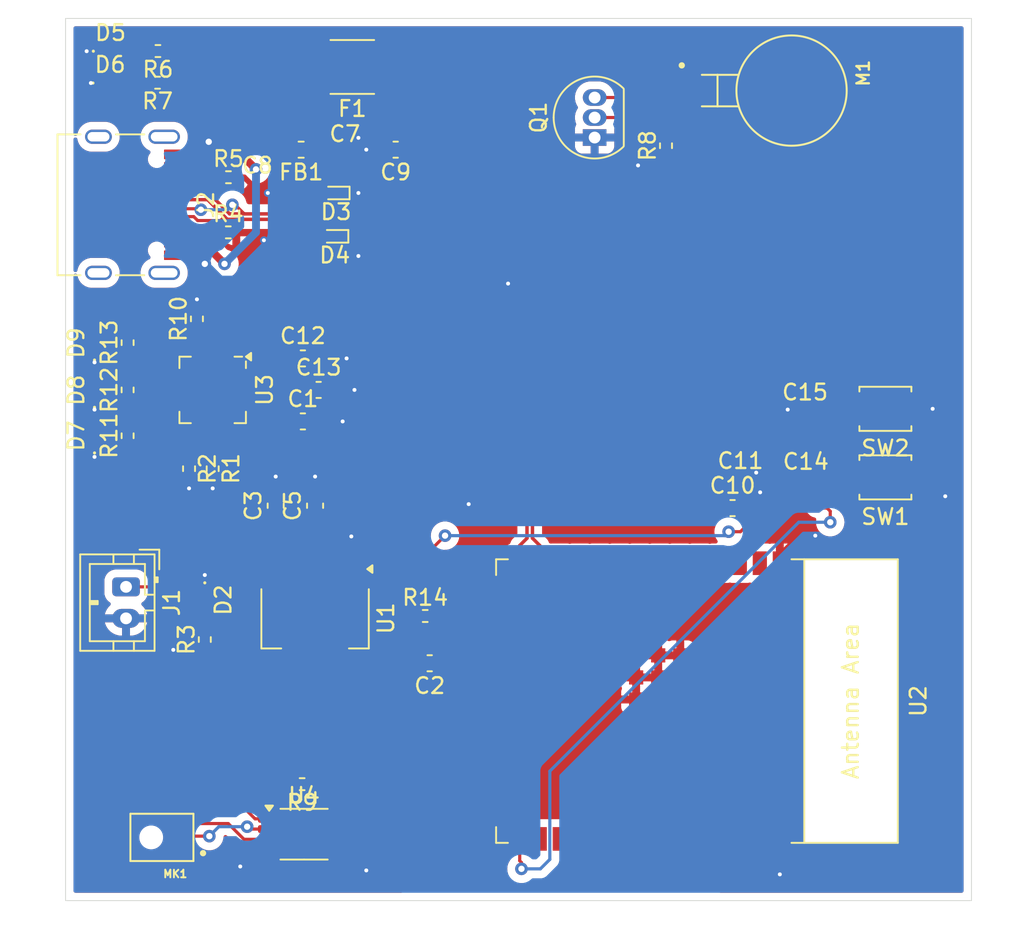
<source format=kicad_pcb>
(kicad_pcb (version 20240108) (generator "pcbnew") (generator_version "8.0")
  (layers (0 "F.Cu" signal) (31 "B.Cu" signal) (34 "B.Paste" user) (35 "F.Paste" user) (36 "B.SilkS" user "B.Silkscreen") (37 "F.SilkS" user "F.Silkscreen") (38 "B.Mask" user) (39 "F.Mask" user) (44 "Edge.Cuts" user))
  (net 0 "")
  (net 1 "PWRU_IN")
  (net 2 "Net-(C8-Pad1)")
  (net 3 "USBC_D.N")
  (net 4 "USBC_D.P")
  (net 5 "Net-(D5-A)")
  (net 6 "Net-(M1-V-)")
  (net 7 "GND")
  (net 8 "VCC_3V3")
  (net 9 "Net-(D2-A)")
  (net 10 "OUT+")
  (net 28 "+3V3")
  (net 34 "Net-(D6-A)")
  (net 35 "+5V")
  (net 36 "Net-(J2-CC2)")
  (net 40 "Net-(J2-CC1)")
  (net 44 "+3.3V")
  (net 45 "Net-(Q1-B)")
  (net 46 "OUT-")
  (net 47 "Net-(R9-Pad1)")
  (net 48 "Net-(R9-Pad2)")
  (net 49 "GPIO_A5")
  (net 50 "GPIO_A3")
  (net 51 "V_SYSTEM")
  (net 52 "Net-(D7-A)")
  (net 53 "Net-(D8-A)")
  (net 54 "Net-(D9-A)")
  (net 55 "Net-(U3-PROG1)")
  (net 56 "Net-(U3-PROG3)")
  (net 57 "Net-(U3-THERM)")
  (net 58 "CHRGING_LED")
  (net 59 "CHRG_COMPLETE")
  (net 62 "GPIO_A8")
  (net 63 "GPIO_A11")
  (net 64 "GPIO_A12")
  (net 65 "GPIO_A10")
  (net 66 "GPIO_A2")
  (net 67 "GPIO_A9")
  (net 68 "GPIO_A4")
  (net 69 "EN")
  (net 70 "BOOT")
  (footprint "Capacitor_SMD:C_0603_1608Metric" (layer "F.Cu") (at 161.725 45)
    (property "Reference" "C12")
    (property "Value" "4.7u")
  )
  (footprint "Capacitor_SMD:C_0603_1608Metric" (layer "F.Cu") (at 161.725 49)
    (property "Reference" "C1")
    (property "Value" "4.7u")
  )
  (footprint "Connector_JST:JST_PH_B2B-PH-K_1x02_P2.00mm_Vertical" (layer "F.Cu") (at 150.5 59.5 -90)
    (property "Reference" "J1")
    (property "Value" "Conn_01x02_Pin")
  )
  (footprint "Package_DFN_QFN:QFN-20-1EP_4x4mm_P0.5mm_EP2.5x2.5mm" (layer "F.Cu") (at 156 47 -90)
    (property "Reference" "U3")
    (property "Value" "MCP73871")
  )
  (footprint "Package_TO_SOT_SMD:SOT-223-3_TabPin2" (layer "F.Cu") (at 162.5 61.5 -90)
    (property "Reference" "U1")
    (property "Value" "AMS1117-3.3")
  )
  (footprint "Resistor_SMD:R_0402_1005Metric" (layer "F.Cu") (at 161.6775 72.025 180)
    (property "Reference" "R9")
    (property "Value" "10k")
  )
  (footprint "Package_TO_SOT_THT:TO-92_Inline" (layer "F.Cu") (at 180.245 30.98 90)
    (property "Reference" "Q1")
    (property "Value" "2N3904")
  )
  (footprint "Resistor_SMD:R_0402_1005Metric" (layer "F.Cu") (at 152.5 27.5 180)
    (property "Reference" "R7")
    (property "Value" "70")
  )
  (footprint "Resistor_SMD:R_0402_1005Metric" (layer "F.Cu") (at 150.6 49.91 90)
    (property "Reference" "R11")
    (property "Value" "150")
  )
  (footprint "Resistor_SMD:R_0402_1005Metric" (layer "F.Cu") (at 156.99 37)
    (property "Reference" "R4")
    (property "Value" "5.1k")
  )
  (footprint "Resistor_SMD:R_0402_1005Metric" (layer "F.Cu") (at 184.775 31.5 90)
    (property "Reference" "R8")
    (property "Value" "150")
  )
  (footprint "PCM_Espressif:ESP32-S3-WROOM-1" (layer "F.Cu") (at 183.74 66.75 -90)
    (property "Reference" "U2")
    (property "Value" "ESP32-S3-WROOM-1")
  )
  (footprint "Capacitor_SMD:C_01005_0402Metric" (layer "F.Cu") (at 193.65 52.55)
    (property "Reference" "C14")
    (property "Value" ".1u")
  )
  (footprint "Capacitor_SMD:C_0603_1608Metric" (layer "F.Cu") (at 167.615 31.75 180)
    (property "Reference" "C9")
    (property "Value" "4.7u")
  )
  (footprint "Resistor_SMD:R_0402_1005Metric" (layer "F.Cu") (at 150.6 44 90)
    (property "Reference" "R13")
    (property "Value" "150")
  )
  (footprint "Capacitor_SMD:C_01005_0402Metric" (layer "F.Cu") (at 189.5 52.5)
    (property "Reference" "C11")
    (property "Value" ".1u")
  )
  (footprint "Diode_SMD:D_SOD-923" (layer "F.Cu") (at 163.83 34.5 180)
    (property "Reference" "D3")
    (property "Value" "ESD9B5.0ST5G")
  )
  (footprint "Capacitor_SMD:C_0603_1608Metric" (layer "F.Cu") (at 189 54.5)
    (property "Reference" "C10")
    (property "Value" "10u")
  )
  (footprint "Connector_USB:USB_C_Receptacle_Palconn_UTC16-G" (layer "F.Cu") (at 150.99 35.25 -90)
    (property "Reference" "J2")
    (property "Value" "USB_C_Receptacle_USB2.0_16P")
  )
  (footprint "Resistor_SMD:R_0402_1005Metric" (layer "F.Cu") (at 155 42.49 90)
    (property "Reference" "R10")
    (property "Value" "10k")
  )
  (footprint "ICS-40720:MIC_ICS-40720" (layer "F.Cu") (at 152.0975 75.405 180)
    (property "Reference" "MK1")
    (property "Value" "ICS-40720")
  )
  (footprint "Resistor_SMD:R_0402_1005Metric" (layer "F.Cu") (at 150.6 47 90)
    (property "Reference" "R12")
    (property "Value" "155")
  )
  (footprint "Button_Switch_SMD:SW_SPST_B3U-1000P" (layer "F.Cu") (at 198.7 52.55 180)
    (property "Reference" "SW1")
    (property "Value" "SW_Push")
  )
  (footprint "Diode_SMD:D_SOD-923" (layer "F.Cu") (at 163.75 37.25 180)
    (property "Reference" "D4")
    (property "Value" "ESD9B5.0ST5G")
  )
  (footprint "LED_SMD:LED_0402_1005Metric" (layer "F.Cu") (at 149.515 25.5)
    (property "Reference" "D5")
    (property "Value" "LED")
  )
  (footprint "LED_SMD:LED_0402_1005Metric" (layer "F.Cu") (at 148.5 49.91 90)
    (property "Reference" "D7")
    (property "Value" "LED")
  )
  (footprint "C0720B001F:XDCR_C0720B001F" (layer "F.Cu") (at 190.775 28 -90)
    (property "Reference" "M1")
    (property "Value" "C0720B001F")
  )
  (footprint "Capacitor_SMD:C_01005_0402Metric" (layer "F.Cu") (at 164.39 31.75)
    (property "Reference" "C7")
    (property "Value" ".01u")
  )
  (footprint "LED_SMD:LED_0402_1005Metric" (layer "F.Cu") (at 148.5 44.015 90)
    (property "Reference" "D9")
    (property "Value" "LED")
  )
  (footprint "Capacitor_SMD:C_01005_0402Metric" (layer "F.Cu") (at 193.6 48.15)
    (property "Reference" "C15")
    (property "Value" ".1u")
  )
  (footprint "Package_SO:VSSOP-8_3x3mm_P0.65mm" (layer "F.Cu") (at 161.8 75.2)
    (property "Reference" "U4")
    (property "Value" "INA333xxDGK")
  )
  (footprint "Capacitor_SMD:C_0603_1608Metric" (layer "F.Cu") (at 160 54.35 90)
    (property "Reference" "C3")
    (property "Value" "10u")
  )
  (footprint "Button_Switch_SMD:SW_SPST_B3U-1000P" (layer "F.Cu") (at 198.7 48.2 180)
    (property "Reference" "SW2")
    (property "Value" "SW_Push")
  )
  (footprint "Inductor_SMD:L_0603_1608Metric" (layer "F.Cu") (at 161.615 31.75 180)
    (property "Reference" "FB1")
    (property "Value" "120")
  )
  (footprint "Capacitor_SMD:C_0603_1608Metric" (layer "F.Cu") (at 162.5 54.35 90)
    (property "Reference" "C5")
    (property "Value" "22u")
  )
  (footprint "Capacitor_SMD:C_0603_1608Metric" (layer "F.Cu") (at 169.775 64.35 180)
    (property "Reference" "C2")
    (property "Value" "1u")
  )
  (footprint "LED_SMD:LED_0402_1005Metric" (layer "F.Cu") (at 155.5 60.335 -90)
    (property "Reference" "D2")
    (property "Value" "LED")
  )
  (footprint "Resistor_SMD:R_0402_1005Metric" (layer "F.Cu") (at 152.525 25.49 180)
    (property "Reference" "R6")
    (property "Value" "155")
  )
  (footprint "Resistor_SMD:R_0402_1005Metric" (layer "F.Cu") (at 156 52 -90)
    (property "Reference" "R1")
    (property "Value" "1k")
  )
  (footprint "LED_SMD:LED_0402_1005Metric" (layer "F.Cu") (at 148.5 47.015 90)
    (property "Reference" "D8")
    (property "Value" "LED")
  )
  (footprint "Capacitor_SMD:C_0603_1608Metric" (layer "F.Cu") (at 162.725 47)
    (property "Reference" "C13")
    (property "Value" "4.7u")
  )
  (footprint "Resistor_SMD:R_0402_1005Metric" (layer "F.Cu") (at 155.5 62.845 90)
    (property "Reference" "R3")
    (property "Value" "75")
  )
  (footprint "Capacitor_SMD:C_01005_0402Metric" (layer "F.Cu") (at 158.84 31.75 180)
    (property "Reference" "C8")
    (property "Value" ".1u")
  )
  (footprint "Resistor_SMD:R_0402_1005Metric" (layer "F.Cu") (at 169.49 61.35)
    (property "Reference" "R14")
    (property "Value" "10k")
  )
  (footprint "LED_SMD:LED_0402_1005Metric" (layer "F.Cu") (at 149.49 27.52)
    (property "Reference" "D6")
    (property "Value" "LED")
  )
  (footprint "Fuse:Fuse_1812_4532Metric" (layer "F.Cu") (at 164.8625 26.5 180)
    (property "Reference" "F1")
    (property "Value" "500mA")
  )
  (footprint "Resistor_SMD:R_0402_1005Metric" (layer "F.Cu") (at 157 33.5)
    (property "Reference" "R5")
    (property "Value" "5.1k")
  )
  (footprint "Resistor_SMD:R_0402_1005Metric" (layer "F.Cu") (at 154.5 52 -90)
    (property "Reference" "R2")
    (property "Value" "10k")
  )
  (gr_rect (start 146.66378 23.418206) (end 204.16378 79.418206) (stroke (width 0.05)) (fill none) (layer "Edge.Cuts"))
  (segment (start 155.4 32.85) (end 156 32.25) (width 0.5) (layer "F.Cu") (net 1))
  (segment (start 156 32.25) (end 158 32.25) (width 0.5) (layer "F.Cu") (net 1))
  (segment (start 158 32.25) (end 158.75 33) (width 0.5) (layer "F.Cu") (net 1))
  (segment (start 155.4 37.65) (end 153.5 37.65) (width 0.5) (layer "F.Cu") (net 1))
  (segment (start 153.5 32.85) (end 155.4 32.85) (width 0.5) (layer "F.Cu") (net 1))
  (segment (start 156.75 39) (end 155.4 37.65) (width 0.5) (layer "F.Cu") (net 1))
  (via (at 158.75 33) (size 0.8) (drill 0.4) (layers "F.Cu" "B.Cu") (net 1))
  (via (at 156.75 39) (size 0.8) (drill 0.4) (layers "F.Cu" "B.Cu") (net 1))
  (segment (start 158.75 33) (end 158.75 37) (width 0.5) (layer "B.Cu") (net 1))
  (segment (start 158.75 37) (end 156.75 39) (width 0.5) (layer "B.Cu") (net 1))
  (segment (start 171.5 26.5) (end 172.25 27.25) (width 0.5) (layer "F.Cu") (net 2))
  (segment (start 172.25 29.75) (end 170.25 31.75) (width 0.5) (layer "F.Cu") (net 2))
  (segment (start 167 26.5) (end 171.5 26.5) (width 0.5) (layer "F.Cu") (net 2))
  (segment (start 170.25 31.75) (end 168.39 31.75) (width 0.5) (layer "F.Cu") (net 2))
  (segment (start 160.8275 31.75) (end 159.09 31.75) (width 0.2) (layer "F.Cu") (net 2))
  (segment (start 172.25 27.25) (end 172.25 29.75) (width 0.5) (layer "F.Cu") (net 2))
  (segment (start 155.1873 35.5) (end 155.25 35.5627) (width 0.2) (layer "F.Cu") (net 3))
  (segment (start 161.5 35.82615) (end 162.82615 34.5) (width 0.2177) (layer "F.Cu") (net 3))
  (segment (start 157.072012 35.82615) (end 158 35.82615) (width 0.2177) (layer "F.Cu") (net 3))
  (segment (start 153.5 35.5) (end 155.1873 35.5) (width 0.2) (layer "F.Cu") (net 3))
  (segment (start 154.370001 34.5) (end 154.446151 34.57615) (width 0.2177) (layer "F.Cu") (net 3))
  (segment (start 165.072012 35.82615) (end 175.67385 46.427988) (width 0.2177) (layer "F.Cu") (net 3))
  (segment (start 176.29885 56.413849) (end 176.76 56.874999) (width 0.2177) (layer "F.Cu") (net 3))
  (segment (start 176.29885 54.302988) (end 176.29885 56.413849) (width 0.2177) (layer "F.Cu") (net 3))
  (segment (start 176.76 56.874999) (end 176.76 58) (width 0.2177) (layer "F.Cu") (net 3))
  (segment (start 175.67385 46.427988) (end 175.67385 53.677988) (width 0.2177) (layer "F.Cu") (net 3))
  (segment (start 175.67385 53.677988) (end 176.29885 54.302988) (width 0.2177) (layer "F.Cu") (net 3))
  (segment (start 157.25 35.25) (end 157.42385 35.25) (width 0.2) (layer "F.Cu") (net 3))
  (segment (start 162.82615 34.5) (end 163.41 34.5) (width 0.2177) (layer "F.Cu") (net 3))
  (segment (start 155.822012 34.57615) (end 157.072012 35.82615) (width 0.2177) (layer "F.Cu") (net 3))
  (segment (start 154.446151 34.57615) (end 155.822012 34.57615) (width 0.2177) (layer "F.Cu") (net 3))
  (segment (start 158 35.82615) (end 161.5 35.82615) (width 0.2177) (layer "F.Cu") (net 3))
  (segment (start 157.42385 35.25) (end 158 35.82615) (width 0.2) (layer "F.Cu") (net 3))
  (segment (start 153.5 34.5) (end 154.370001 34.5) (width 0.2177) (layer "F.Cu") (net 3))
  (segment (start 161.5 35.82615) (end 165.072012 35.82615) (width 0.2177) (layer "F.Cu") (net 3))
  (via (at 157.25 35.25) (size 0.8) (drill 0.4) (layers "F.Cu" "B.Cu") (net 3))
  (via (at 155.25 35.5627) (size 0.8) (drill 0.4) (layers "F.Cu" "B.Cu") (net 3))
  (segment (start 156.9373 35.5627) (end 157.25 35.25) (width 0.2) (layer "B.Cu") (net 3))
  (segment (start 155.25 35.5627) (end 156.9373 35.5627) (width 0.2) (layer "B.Cu") (net 3))
  (segment (start 156.752069 35.997931) (end 156.927988 36.17385) (width 0.2177) (layer "F.Cu") (net 4))
  (segment (start 155.677988 34.92385) (end 156.752069 35.997931) (width 0.2177) (layer "F.Cu") (net 4))
  (segment (start 154.796345 36) (end 155.046345 36.25) (width 0.2) (layer "F.Cu") (net 4))
  (segment (start 155.046345 36.25) (end 156.5 36.25) (width 0.2) (layer "F.Cu") (net 4))
  (segment (start 164.927988 36.17385) (end 175.32615 46.572012) (width 0.2177) (layer "F.Cu") (net 4))
  (segment (start 175.95115 54.447012) (end 175.95115 56.413849) (width 0.2177) (layer "F.Cu") (net 4))
  (segment (start 153.5 36) (end 154.796345 36) (width 0.2) (layer "F.Cu") (net 4))
  (segment (start 154.370001 35) (end 154.446151 34.92385) (width 0.2177) (layer "F.Cu") (net 4))
  (segment (start 161.75 36.17385) (end 164.927988 36.17385) (width 0.2177) (layer "F.Cu") (net 4))
  (segment (start 175.95115 56.413849) (end 175.49 56.874999) (width 0.2177) (layer "F.Cu") (net 4))
  (segment (start 175.49 56.874999) (end 175.49 58) (width 0.2177) (layer "F.Cu") (net 4))
  (segment (start 175.32615 53.822012) (end 175.95115 54.447012) (width 0.2177) (layer "F.Cu") (net 4))
  (segment (start 154.446151 34.92385) (end 155.677988 34.92385) (width 0.2177) (layer "F.Cu") (net 4))
  (segment (start 153.5 35) (end 154.370001 35) (width 0.2177) (layer "F.Cu") (net 4))
  (segment (start 156.927988 36.17385) (end 161.75 36.17385) (width 0.2177) (layer "F.Cu") (net 4))
  (segment (start 162.82615 37.25) (end 163.33 37.25) (width 0.2177) (layer "F.Cu") (net 4))
  (segment (start 175.32615 46.572012) (end 175.32615 53.822012) (width 0.2177) (layer "F.Cu") (net 4))
  (segment (start 161.75 36.17385) (end 162.82615 37.25) (width 0.2177) (layer "F.Cu") (net 4))
  (segment (start 156.5 36.25) (end 156.752069 35.997931) (width 0.2) (layer "F.Cu") (net 4))
  (segment (start 152.005 25.5) (end 152.015 25.49) (width 0.13) (layer "F.Cu") (net 5))
  (segment (start 150 25.5) (end 152.005 25.5) (width 0.13) (layer "F.Cu") (net 5))
  (segment (start 181.84 28.44) (end 180.245 28.44) (width 0.2) (layer "F.Cu") (net 6))
  (segment (start 185.755 28.6) (end 183 28.6) (width 0.2) (layer "F.Cu") (net 6))
  (segment (start 182.2 28.8) (end 181.84 28.44) (width 0.2) (layer "F.Cu") (net 6))
  (segment (start 182.8 28.8) (end 182.2 28.8) (width 0.2) (layer "F.Cu") (net 6))
  (segment (start 183 28.6) (end 182.8 28.8) (width 0.2) (layer "F.Cu") (net 6))
  (segment (start 183 31.5) (end 183 32.75) (width 0.35) (layer "F.Cu") (net 7))
  (segment (start 156 52.51) (end 156 53.25) (width 0.35) (layer "F.Cu") (net 7))
  (segment (start 155 41.98) (end 155 41.25) (width 0.35) (layer "F.Cu") (net 7))
  (segment (start 162.5 53.575) (end 162.5 52.5) (width 0.35) (layer "F.Cu") (net 7))
  (segment (start 163.5 47) (end 165 47) (width 0.35) (layer "F.Cu") (net 7))
  (segment (start 192 57.5) (end 193.25 56.25) (width 0.35) (layer "F.Cu") (net 7))
  (segment (start 159 34.5) (end 159.5 34.5) (width 0.35) (layer "F.Cu") (net 7))
  (segment (start 162.5 45) (end 164.5 45) (width 0.35) (layer "F.Cu") (net 7))
  (segment (start 165 37.75) (end 165.25 38) (width 0.35) (layer "F.Cu") (net 7))
  (segment (start 159.6875 76.175) (end 158.325 76.175) (width 0.35) (layer "F.Cu") (net 7))
  (segment (start 148.5 44.5) (end 148.5 45.25) (width 0.35) (layer "F.Cu") (net 7))
  (segment (start 164.25 34.5) (end 165.25 34.5) (width 0.35) (layer "F.Cu") (net 7))
  (segment (start 154.95 38.45) (end 153.5 38.45) (width 0.5) (layer "F.Cu") (net 7))
  (segment (start 157.51 33.5) (end 158 33.5) (width 0.35) (layer "F.Cu") (net 7))
  (segment (start 190.5 54.5) (end 190.75 54.25) (width 0.35) (layer "F.Cu") (net 7))
  (segment (start 155.5 39) (end 154.95 38.45) (width 0.5) (layer "F.Cu") (net 7))
  (segment (start 158.75 34.25) (end 159 34.5) (width 0.35) (layer "F.Cu") (net 7))
  (segment (start 164.5 37.25) (end 165 37.75) (width 0.35) (layer "F.Cu") (net 7))
  (segment (start 192 75.5) (end 192 77.75) (width 0.35) (layer "F.Cu") (net 7))
  (segment (start 155.5 59.85) (end 155.5 58.75) (width 0.35) (layer "F.Cu") (net 7))
  (segment (start 189.75 52.5) (end 190.25 52.5) (width 0.2) (layer "F.Cu") (net 7))
  (segment (start 153.5 32.05) (end 154.95 32.05) (width 0.5) (layer "F.Cu") (net 7))
  (segment (start 190.25 52.5) (end 190.5 52.25) (width 0.2) (layer "F.Cu") (net 7))
  (segment (start 163.9125 76.175) (end 165.175 76.175) (width 0.35) (layer "F.Cu") (net 7))
  (segment (start 182.48 30.98) (end 183 31.5) (width 0.35) (layer "F.Cu") (net 7))
  (segment (start 158 33.5) (end 158.75 34.25) (width 0.35) (layer "F.Cu") (net 7))
  (segment (start 162.5 49) (end 164.25 49) (width 0.35) (layer "F.Cu") (net 7))
  (segment (start 148.5 47.5) (end 148.5 48.25) (width 0.35) (layer "F.Cu") (net 7))
  (segment (start 166.84 31.75) (end 165.75 31.75) (width 0.35) (layer "F.Cu") (net 7))
  (segment (start 192.6 48.15) (end 192.5 48.25) (width 0.2) (layer "F.Cu") (net 7))
  (segment (start 193.35 48.15) (end 192.6 48.15) (width 0.2) (layer "F.Cu") (net 7))
  (segment (start 165 31.75) (end 165.25 31.5) (width 0.2) (layer "F.Cu") (net 7))
  (segment (start 165.25 31.5) (end 165.25 31) (width 0.2) (layer "F.Cu") (net 7))
  (segment (start 192 58) (end 192 57.5) (width 0.35) (layer "F.Cu") (net 7))
  (segment (start 202.5 53.25) (end 202.5 53.75) (width 0.35) (layer "F.Cu") (net 7))
  (segment (start 150.5 61.5) (end 152.25 61.5) (width 0.35) (layer "F.Cu") (net 7))
  (segment (start 153.5 62.75) (end 153.5 63.5) (width 0.35) (layer "F.Cu") (net 7))
  (segment (start 165.175 76.175) (end 165.75 76.75) (width 0.35) (layer "F.Cu") (net 7))
  (segment (start 158.75 37) (end 159.25 37.5) (width 0.35) (layer "F.Cu") (net 7))
  (segment (start 157.75 76.75) (end 157.75 77.25) (width 0.35) (layer "F.Cu") (net 7))
  (segment (start 164.8 58.35) (end 164.8 56.3) (width 0.35) (layer "F.Cu") (net 7))
  (segment (start 164.64 31.75) (end 165 31.75) (width 0.2) (layer "F.Cu") (net 7))
  (segment (start 148.5 50.395) (end 148.5 51.25) (width 0.35) (layer "F.Cu") (net 7))
  (segment (start 200.4 52.55) (end 201.8 52.55) (width 0.35) (layer "F.Cu") (net 7))
  (segment (start 164.17 37.25) (end 164.5 37.25) (width 0.35) (layer "F.Cu") (net 7))
  (segment (start 157.5 37) (end 158.75 37) (width 0.35) (layer "F.Cu") (net 7))
  (segment (start 190.75 54.25) (end 190.75 53.5) (width 0.35) (layer "F.Cu") (net 7))
  (segment (start 189.775 54.5) (end 190.5 54.5) (width 0.35) (layer "F.Cu") (net 7))
  (segment (start 154.5 52.51) (end 154.5 53.25) (width 0.35) (layer "F.Cu") (net 7))
  (segment (start 158.325 76.175) (end 157.75 76.75) (width 0.35) (layer "F.Cu") (net 7))
  (segment (start 180.245 30.98) (end 182.48 30.98) (width 0.35) (layer "F.Cu") (net 7))
  (segment (start 149.005 27.52) (end 148.27 27.52) (width 0.35) (layer "F.Cu") (net 7))
  (segment (start 154.95 32.05) (end 155.75 31.25) (width 0.5) (layer "F.Cu") (net 7))
  (segment (start 193.25 56.25) (end 194.25 56.25) (width 0.35) (layer "F.Cu") (net 7))
  (segment (start 149.03 25.5) (end 148 25.5) (width 0.35) (layer "F.Cu") (net 7))
  (segment (start 165.25 38) (end 165.25 38.5) (width 0.35) (layer "F.Cu") (net 7))
  (segment (start 165.75 76.75) (end 165.75 77.5) (width 0.35) (layer "F.Cu") (net 7))
  (segment (start 160 53.575) (end 160 52.5) (width 0.35) (layer "F.Cu") (net 7))
  (segment (start 201.8 52.55) (end 202.5 53.25) (width 0.35) (layer "F.Cu") (net 7))
  (segment (start 200.4 48.2) (end 201.7 48.2) (width 0.35) (layer "F.Cu") (net 7))
  (segment (start 152.25 61.5) (end 153.5 62.75) (width 0.35) (layer "F.Cu") (net 7))
  (via (at 156 53.25) (size 0.5) (drill 0.25) (layers "F.Cu" "B.Cu") (net 7))
  (via (at 201.7 48.2) (size 0.5) (drill 0.25) (layers "F.Cu" "B.Cu") (net 7))
  (via (at 165 47) (size 0.5) (drill 0.25) (layers "F.Cu" "B.Cu") (net 7))
  (via (at 164.8 56.3) (size 0.5) (drill 0.25) (layers "F.Cu" "B.Cu") (net 7))
  (via (at 165.25 34.5) (size 0.5) (drill 0.25) (layers "F.Cu" "B.Cu") (net 7))
  (via (at 155 41.25) (size 0.5) (drill 0.25) (layers "F.Cu" "B.Cu") (net 7))
  (via (at 165.75 31.75) (size 0.5) (drill 0.25) (layers "F.Cu" "B.Cu") (net 7))
  (via (at 183 32.75) (size 0.5) (drill 0.25) (layers "F.Cu" "B.Cu") (net 7))
  (via (at 192 77.75) (size 0.5) (drill 0.25) (layers "F.Cu" "B.Cu") (net 7))
  (via (at 148 25.5) (size 0.5) (drill 0.25) (layers "F.Cu" "B.Cu") (net 7))
  (via (at 162.5 52.5) (size 0.5) (drill 0.25) (layers "F.Cu" "B.Cu") (net 7))
  (via (at 153.5 63.5) (size 0.5) (drill 0.25) (layers "F.Cu" "B.Cu") (net 7))
  (via (at 160 52.5) (size 0.5) (drill 0.25) (layers "F.Cu" "B.Cu") (net 7))
  (via (at 194.25 56.25) (size 0.5) (drill 0.25) (layers "F.Cu" "B.Cu") (net 7))
  (via (at 159.5 34.5) (size 0.5) (drill 0.25) (layers "F.Cu" "B.Cu") (net 7))
  (via (at 190.75 53.5) (size 0.5) (drill 0.25) (layers "F.Cu" "B.Cu") (net 7))
  (via (at 190.5 52.25) (size 0.5) (drill 0.25) (layers "F.Cu" "B.Cu") (net 7))
  (via (at 159.25 37.5) (size 0.5) (drill 0.25) (layers "F.Cu" "B.Cu") (net 7))
  (via (at 148.5 51.25) (size 0.5) (drill 0.25) (layers "F.Cu" "B.Cu") (net 7))
  (via (at 164.25 49) (size 0.5) (drill 0.25) (layers "F.Cu" "B.Cu") (net 7))
  (via (at 165.75 77.5) (size 0.5) (drill 0.25) (layers "F.Cu" "B.Cu") (net 7))
  (via (at 155.5 58.75) (size 0.5) (drill 0.25) (layers "F.Cu" "B.Cu") (net 7))
  (via (at 165.25 38.5) (size 0.5) (drill 0.25) (layers "F.Cu" "B.Cu") (net 7))
  (via (at 148.27 27.52) (size 0.5) (drill 0.25) (layers "F.Cu" "B.Cu") (net 7))
  (via (at 165.25 31) (size 0.5) (drill 0.25) (layers "F.Cu" "B.Cu") (net 7))
  (via (at 154.5 53.25) (size 0.5) (drill 0.25) (layers "F.Cu" "B.Cu") (net 7))
  (via (at 148.5 45.25) (size 0.5) (drill 0.25) (layers "F.Cu" "B.Cu") (net 7))
  (via (at 192.5 48.25) (size 0.5) (drill 0.25) (layers "F.Cu" "B.Cu") (net 7))
  (via (at 164.5 45) (size 0.5) (drill 0.25) (layers "F.Cu" "B.Cu") (net 7))
  (via (at 155.5 39) (size 0.8) (drill 0.4) (layers "F.Cu" "B.Cu") (net 7))
  (via (at 202.5 53.75) (size 0.5) (drill 0.25) (layers "F.Cu" "B.Cu") (net 7))
  (via (at 148.5 48.25) (size 0.5) (drill 0.25) (layers "F.Cu" "B.Cu") (net 7))
  (via (at 157.75 77.25) (size 0.5) (drill 0.25) (layers "F.Cu" "B.Cu") (net 7))
  (via (at 155.75 31.25) (size 0.8) (drill 0.4) (layers "F.Cu" "B.Cu") (net 7))
  (segment (start 159 40) (end 157.75 40) (width 0.5) (layer "B.Cu") (net 7))
  (segment (start 161 33.75) (end 161 38) (width 0.5) (layer "B.Cu") (net 7))
  (segment (start 155.75 31.25) (end 158.5 31.25) (width 0.5) (layer "B.Cu") (net 7))
  (segment (start 156.5 40) (end 155.5 39) (width 0.5) (layer "B.Cu") (net 7))
  (segment (start 157.75 40) (end 156.5 40) (width 0.5) (layer "B.Cu") (net 7))
  (segment (start 158.5 31.25) (end 160.25 33) (width 0.5) (layer "B.Cu") (net 7))
  (segment (start 160.25 33) (end 161 33.75) (width 0.5) (layer "B.Cu") (net 7))
  (segment (start 161 38) (end 159 40) (width 0.5) (layer "B.Cu") (net 7))
  (segment (start 155.5 60.82) (end 155.5 62.335) (width 0.2) (layer "F.Cu") (net 9))
  (segment (start 156.9875 74.525) (end 154.1875 74.525) (width 0.2) (layer "F.Cu") (net 10))
  (segment (start 157.9875 75.525) (end 156.9875 74.525) (width 0.2) (layer "F.Cu") (net 10))
  (segment (start 159.6875 75.525) (end 157.9875 75.525) (width 0.2) (layer "F.Cu") (net 10))
  (segment (start 149.975 27.52) (end 151.97 27.52) (width 0.13) (layer "F.Cu") (net 34))
  (segment (start 151.97 27.52) (end 151.99 27.5) (width 0.13) (layer "F.Cu") (net 34))
  (segment (start 156.48 37) (end 153.5 37) (width 0.2) (layer "F.Cu") (net 36))
  (segment (start 156.49 33.5) (end 156 33.5) (width 0.2) (layer "F.Cu") (net 40))
  (segment (start 156 33.5) (end 155.5 34) (width 0.2) (layer "F.Cu") (net 40))
  (segment (start 155.5 34) (end 153.5 34) (width 0.2) (layer "F.Cu") (net 40))
  (segment (start 184.39 30.99) (end 183.11 29.71) (width 0.2) (layer "F.Cu") (net 45))
  (segment (start 184.775 30.99) (end 184.39 30.99) (width 0.2) (layer "F.Cu") (net 45))
  (segment (start 183.11 29.71) (end 180.245 29.71) (width 0.2) (layer "F.Cu") (net 45))
  (segment (start 159.6875 74.875) (end 158.3375 74.875) (width 0.2) (layer "F.Cu") (net 46))
  (segment (start 154.2675 75.325) (end 154.1875 75.405) (width 0.2) (layer "F.Cu") (net 46))
  (segment (start 155.7875 75.325) (end 154.2675 75.325) (width 0.2) (layer "F.Cu") (net 46))
  (segment (start 158.3375 74.875) (end 158.1875 74.725) (width 0.2) (layer "F.Cu") (net 46))
  (via (at 155.7875 75.325) (size 0.8) (drill 0.4) (layers "F.Cu" "B.Cu") (net 46))
  (via (at 158.1875 74.725) (size 0.8) (drill 0.4) (layers "F.Cu" "B.Cu") (net 46))
  (segment (start 156.3875 74.725) (end 155.7875 75.325) (width 0.2) (layer "B.Cu") (net 46))
  (segment (start 158.1875 74.725) (end 156.3875 74.725) (width 0.2) (layer "B.Cu") (net 46))
  (segment (start 163.9125 74.225) (end 165.0875 74.225) (width 0.2) (layer "F.Cu") (net 47))
  (segment (start 165.6875 72.025) (end 162.1875 72.025) (width 0.2) (layer "F.Cu") (net 47))
  (segment (start 165.7875 73.525) (end 165.7875 72.125) (width 0.2) (layer "F.Cu") (net 47))
  (segment (start 165.0875 74.225) (end 165.7875 73.525) (width 0.2) (layer "F.Cu") (net 47))
  (segment (start 165.7875 72.125) (end 165.6875 72.025) (width 0.2) (layer "F.Cu") (net 47))
  (segment (start 159.6875 74.225) (end 158.6875 74.225) (width 0.2) (layer "F.Cu") (net 48))
  (segment (start 157.9875 73.125) (end 159.0875 72.025) (width 0.2) (layer "F.Cu") (net 48))
  (segment (start 157.9875 73.525) (end 157.9875 73.125) (width 0.2) (layer "F.Cu") (net 48))
  (segment (start 159.0875 72.025) (end 161.1675 72.025) (width 0.2) (layer "F.Cu") (net 48))
  (segment (start 158.6875 74.225) (end 157.9875 73.525) (width 0.2) (layer "F.Cu") (net 48))
  (segment (start 158.75 58.5) (end 158.9 58.35) (width 0.2) (layer "F.Cu") (net 49))
  (segment (start 157.25 57.75) (end 158 58.5) (width 0.2) (layer "F.Cu") (net 49))
  (segment (start 152.5 59.5) (end 154.25 57.75) (width 0.2) (layer "F.Cu") (net 49))
  (segment (start 158.9 58.35) (end 160.2 58.35) (width 0.2) (layer "F.Cu") (net 49))
  (segment (start 158 58.5) (end 158.75 58.5) (width 0.2) (layer "F.Cu") (net 49))
  (segment (start 159.5 56.25) (end 159.5 56.5) (width 0.2) (layer "F.Cu") (net 49))
  (segment (start 160 55.75) (end 159.5 56.25) (width 0.2) (layer "F.Cu") (net 49))
  (segment (start 159.5 56.5) (end 160.2 57.2) (width 0.2) (layer "F.Cu") (net 49))
  (segment (start 160.2 57.2) (end 160.2 58.35) (width 0.2) (layer "F.Cu") (net 49))
  (segment (start 154.25 57.75) (end 157.25 57.75) (width 0.2) (layer "F.Cu") (net 49))
  (segment (start 150.5 59.5) (end 152.5 59.5) (width 0.2) (layer "F.Cu") (net 49))
  (segment (start 160 55.125) (end 160 55.75) (width 0.2) (layer "F.Cu") (net 49))
  (segment (start 173.235 59.765) (end 174.24 59.765) (width 0.2) (layer "F.Cu") (net 50))
  (segment (start 172 59.25) (end 172 59.75) (width 0.2) (layer "F.Cu") (net 50))
  (segment (start 172 59.75) (end 172.5 60.25) (width 0.2) (layer "F.Cu") (net 50))
  (segment (start 172.5 60.25) (end 172.75 60.25) (width 0.2) (layer "F.Cu") (net 50))
  (segment (start 176.5 38.5) (end 174.75 40.25) (width 0.2) (layer "F.Cu") (net 50))
  (segment (start 184.775 35.475) (end 181.75 38.5) (width 0.2) (layer "F.Cu") (net 50))
  (segment (start 172.25 59) (end 172 59.25) (width 0.2) (layer "F.Cu") (net 50))
  (segment (start 172.25 54.25) (end 172.25 59) (width 0.2) (layer "F.Cu") (net 50))
  (segment (start 184.775 32.01) (end 184.775 35.475) (width 0.2) (layer "F.Cu") (net 50))
  (segment (start 172.75 60.25) (end 173.235 59.765) (width 0.2) (layer "F.Cu") (net 50))
  (segment (start 181.75 38.5) (end 176.5 38.5) (width 0.2) (layer "F.Cu") (net 50))
  (via (at 172.25 54.25) (size 0.5) (drill 0.25) (layers "F.Cu" "B.Cu") (net 50))
  (via (at 174.75 40.25) (size 0.5) (drill 0.25) (layers "F.Cu" "B.Cu") (net 50))
  (segment (start 174.75 40.25) (end 172.25 42.75) (width 0.2) (layer "B.Cu") (net 50))
  (segment (start 172.25 42.75) (end 172.25 54.25) (width 0.2) (layer "B.Cu") (net 50))
  (segment (start 148.5 49.425) (end 149.315 49.425) (width 0.2) (layer "F.Cu") (net 52))
  (segment (start 150 49.51) (end 150.11 49.4) (width 0.2) (layer "F.Cu") (net 52))
  (segment (start 149.4 49.51) (end 150 49.51) (width 0.2) (layer "F.Cu") (net 52))
  (segment (start 150.11 49.4) (end 150.6 49.4) (width 0.2) (layer "F.Cu") (net 52))
  (segment (start 149.315 49.425) (end 149.4 49.51) (width 0.13) (layer "F.Cu") (net 52))
  (segment (start 149.8 46.6) (end 149.91 46.49) (width 0.2) (layer "F.Cu") (net 53))
  (segment (start 148.5 46.53) (end 149.33 46.53) (width 0.2) (layer "F.Cu") (net 53))
  (segment (start 149.4 46.6) (end 149.8 46.6) (width 0.2) (layer "F.Cu") (net 53))
  (segment (start 149.91 46.49) (end 150.6 46.49) (width 0.2) (layer "F.Cu") (net 53))
  (segment (start 149.33 46.53) (end 149.4 46.6) (width 0.13) (layer "F.Cu") (net 53))
  (segment (start 148.5 43.53) (end 149.33 43.53) (width 0.2) (layer "F.Cu") (net 54))
  (segment (start 149.4 43.6) (end 149.6 43.6) (width 0.2) (layer "F.Cu") (net 54))
  (segment (start 149.33 43.53) (end 149.4 43.6) (width 0.13) (layer "F.Cu") (net 54))
  (segment (start 149.71 43.49) (end 150.6 43.49) (width 0.2) (layer "F.Cu") (net 54))
  (segment (start 149.6 43.6) (end 149.71 43.49) (width 0.2) (layer "F.Cu") (net 54))
  (segment (start 156 51.49) (end 156 48.9375) (width 0.2) (layer "F.Cu") (net 55))
  (segment (start 154.5 51.1) (end 155.5 50.1) (width 0.2) (layer "F.Cu") (net 56))
  (segment (start 154.5 51.49) (end 154.5 51.1) (width 0.2) (layer "F.Cu") (net 56))
  (segment (start 155.5 50.1) (end 155.5 48.9375) (width 0.2) (layer "F.Cu") (net 56))
  (segment (start 151.8 47.8) (end 152.6 47) (width 0.2) (layer "F.Cu") (net 58))
  (segment (start 150.6 50.42) (end 151.38 50.42) (width 0.2) (layer "F.Cu") (net 58))
  (segment (start 152.6 47) (end 154.0625 47) (width 0.2) (layer "F.Cu") (net 58))
  (segment (start 151.8 50) (end 151.8 47.8) (width 0.2) (layer "F.Cu") (net 58))
  (segment (start 151.38 50.42) (end 151.8 50) (width 0.2) (layer "F.Cu") (net 58))
  (segment (start 151.8 47.2) (end 152.5 46.5) (width 0.2) (layer "F.Cu") (net 59))
  (segment (start 151.69 47.51) (end 151.8 47.4) (width 0.2) (layer "F.Cu") (net 59))
  (segment (start 151.8 47.4) (end 151.8 47.2) (width 0.2) (layer "F.Cu") (net 59))
  (segment (start 150.6 47.51) (end 151.69 47.51) (width 0.2) (layer "F.Cu") (net 59))
  (segment (start 152.5 46.5) (end 154.0625 46.5) (width 0.2) (layer "F.Cu") (net 59))
  (segment (start 151.51 44.51) (end 153 46) (width 0.2) (layer "F.Cu") (net 62))
  (segment (start 153 46) (end 154.0625 46) (width 0.2) (layer "F.Cu") (net 62))
  (segment (start 150.6 44.51) (end 151.51 44.51) (width 0.2) (layer "F.Cu") (net 62))
  (segment (start 189.46 76.54) (end 189.46 75.5) (width 0.2) (layer "F.Cu") (net 66))
  (segment (start 163.9125 75.525) (end 165.725 75.525) (width 0.2) (layer "F.Cu") (net 66))
  (segment (start 187.6 78.4) (end 189.46 76.54) (width 0.2) (layer "F.Cu") (net 66))
  (segment (start 168.6 78.4) (end 187.6 78.4) (width 0.2) (layer "F.Cu") (net 66))
  (segment (start 165.725 75.525) (end 168.6 78.4) (width 0.2) (layer "F.Cu") (net 66))
  (segment (start 172.25 61.75) (end 171.85 61.35) (width 0.2) (layer "F.Cu") (net 69))
  (segment (start 189.75 55.75) (end 190.65 55.75) (width 0.2) (layer "F.Cu") (net 69))
  (segment (start 191.4 52.2) (end 191.4 55) (width 0.2) (layer "F.Cu") (net 69))
  (segment (start 170.55 64.35) (end 171.4 64.35) (width 0.2) (layer "F.Cu") (net 69))
  (segment (start 171.85 61.35) (end 170 61.35) (width 0.2) (layer "F.Cu") (net 69))
  (segment (start 190.95 55.45) (end 189.46 56.94) (width 0.2) (layer "F.Cu") (net 69))
  (segment (start 190.65 55.75) (end 190.95 55.45) (width 0.2) (layer "F.Cu") (net 69))
  (segment (start 196.95 48.15) (end 197 48.2) (width 0.13) (layer "F.Cu") (net 69))
  (segment (start 193.85 49.75) (end 191.4 52.2) (width 0.2) (layer "F.Cu") (net 69))
  (segment (start 171.4 64.35) (end 172.25 63.5) (width 0.2) (layer "F.Cu") (net 69))
  (segment (start 193.85 48.15) (end 193.85 49.75) (width 0.2) (layer "F.Cu") (net 69))
  (segment (start 170 61.35) (end 170 57) (width 0.2) (layer "F.Cu") (net 69))
  (segment (start 189.5 56) (end 189.75 55.75) (width 0.2) (layer "F.Cu") (net 69))
  (segment (start 193.85 48.15) (end 196.95 48.15) (width 0.2) (layer "F.Cu") (net 69))
  (segment (start 189.46 56.94) (end 189.46 58) (width 0.2) (layer "F.Cu") (net 69))
  (segment (start 188.75 56) (end 189.5 56) (width 0.2) (layer "F.Cu") (net 69))
  (segment (start 172.25 63.5) (end 172.25 61.75) (width 0.2) (layer "F.Cu") (net 69))
  (segment (start 191.4 55) (end 190.95 55.45) (width 0.2) (layer "F.Cu") (net 69))
  (segment (start 170 57) (end 170.75 56.25) (width 0.2) (layer "F.Cu") (net 69))
  (via (at 170.75 56.25) (size 0.8) (drill 0.4) (layers "F.Cu" "B.Cu") (net 69))
  (via (at 188.75 56) (size 0.8) (drill 0.4) (layers "F.Cu" "B.Cu") (net 69))
  (segment (start 170.75 56.25) (end 188.5 56.25) (width 0.2) (layer "B.Cu") (net 69))
  (segment (start 188.5 56.25) (end 188.75 56) (width 0.2) (layer "B.Cu") (net 69))
  (segment (start 175.49 76.89) (end 175.49 75.5) (width 0.2) (layer "F.Cu") (net 70))
  (segment (start 193.9 52.55) (end 197 52.55) (width 0.2) (layer "F.Cu") (net 70))
  (segment (start 175.6 77.4) (end 175.6 77) (width 0.2) (layer "F.Cu") (net 70))
  (segment (start 195 54.5) (end 195.2 54.7) (width 0.2) (layer "F.Cu") (net 70))
  (segment (start 175.6 77) (end 175.49 76.89) (width 0.2) (layer "F.Cu") (net 70))
  (segment (start 194.3 54.5) (end 195 54.5) (width 0.2) (layer "F.Cu") (net 70))
  (segment (start 193.9 54.1) (end 194.3 54.5) (width 0.2) (layer "F.Cu") (net 70))
  (segment (start 193.9 52.55) (end 193.9 54.1) (width 0.2) (layer "F.Cu") (net 70))
  (segment (start 195.2 54.7) (end 195.2 55.4) (width 0.2) (layer "F.Cu") (net 70))
  (via (at 175.6 77.4) (size 0.8) (drill 0.4) (layers "F.Cu" "B.Cu") (net 70))
  (via (at 195.2 55.4) (size 0.8) (drill 0.4) (layers "F.Cu" "B.Cu") (net 70))
  (segment (start 177.4 76.8) (end 176.8 77.4) (width 0.2) (layer "B.Cu") (net 70))
  (segment (start 195.2 55.4) (end 193.2 55.4) (width 0.2) (layer "B.Cu") (net 70))
  (segment (start 193.2 55.4) (end 187.6 61) (width 0.2) (layer "B.Cu") (net 70))
  (segment (start 187.6 61) (end 177.4 71.2) (width 0.2) (layer "B.Cu") (net 70))
  (segment (start 176.8 77.4) (end 175.6 77.4) (width 0.2) (layer "B.Cu") (net 70))
  (segment (start 177.4 71.2) (end 177.4 76.8) (width 0.2) (layer "B.Cu") (net 70))
  (zone (net 7) (net_name "GND") (layers "F&B.Cu") (name "GND") (connect_pads (clearance 0.5)) (min_thickness 0.25) (fill yes (thermal_gap 0.5) (thermal_bridge_width 0.5))
    (polygon (pts (xy 142.5 22.5) (xy 142.5 82.5) (xy 207.5 82.5) (xy 207.5 22.25)))
  )
)
</source>
